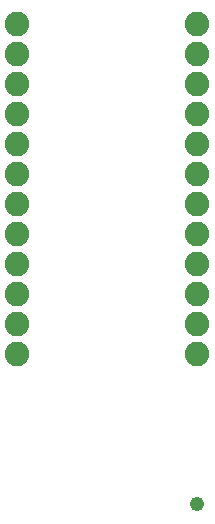
<source format=gbs>
G75*
%MOIN*%
%OFA0B0*%
%FSLAX25Y25*%
%IPPOS*%
%LPD*%
%AMOC8*
5,1,8,0,0,1.08239X$1,22.5*
%
%ADD10C,0.08200*%
%ADD11C,0.04800*%
D10*
X0019500Y0071800D03*
X0019500Y0081800D03*
X0019500Y0091800D03*
X0019500Y0101800D03*
X0019500Y0111800D03*
X0019500Y0121800D03*
X0019500Y0131800D03*
X0019500Y0141800D03*
X0019500Y0151800D03*
X0019500Y0161800D03*
X0019500Y0171800D03*
X0019500Y0181800D03*
X0079500Y0181800D03*
X0079500Y0171800D03*
X0079500Y0161800D03*
X0079500Y0151800D03*
X0079500Y0141800D03*
X0079500Y0131800D03*
X0079500Y0121800D03*
X0079500Y0111800D03*
X0079500Y0101800D03*
X0079500Y0091800D03*
X0079500Y0081800D03*
X0079500Y0071800D03*
D11*
X0079250Y0021800D03*
M02*

</source>
